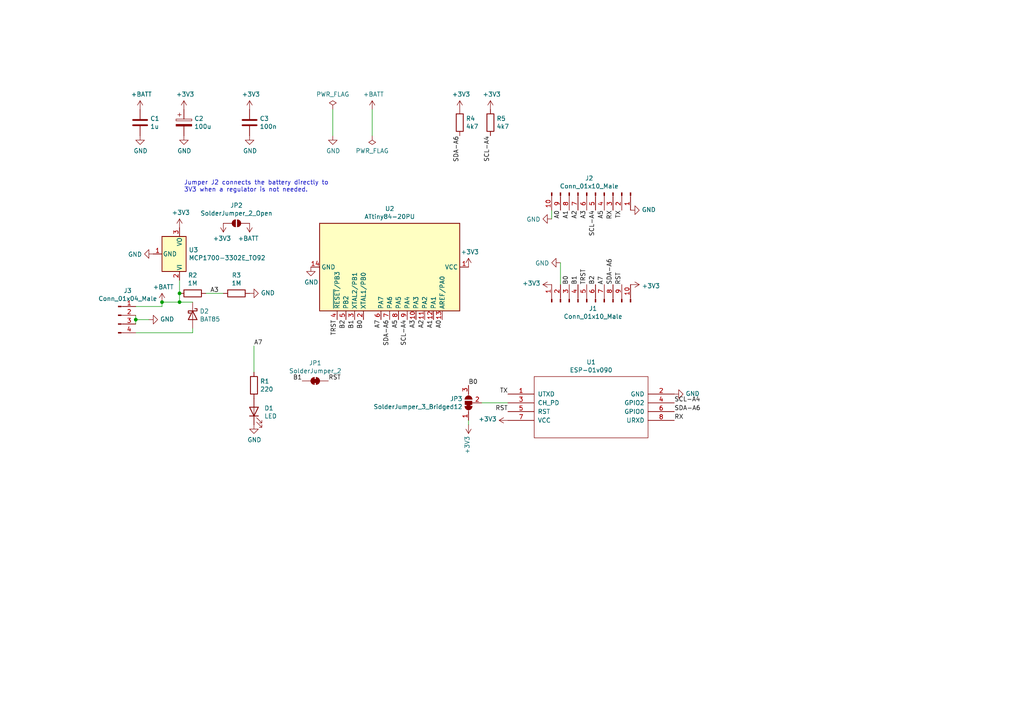
<source format=kicad_sch>
(kicad_sch (version 20250114) (generator "eeschema") (generator_version "9.0")
  (paper "A4")
  (title_block (title "ESP01 Attiny board") (date "2021-07-08") (rev "1.2"))
  (lib_symbols
    (symbol "Device:C" (pin_numbers (hide yes)) (pin_names (offset 0.254))
      (property "Reference" "C" (at 0.635 2.54 0))
      (property "Value" "C" (at 0.635 -2.54 0))
      (symbol "C_0_1"
        (polyline (pts (xy -2.032 0.762) (xy 2.032 0.762)) (stroke (width 0.508)))
        (polyline (pts (xy -2.032 -0.762) (xy 2.032 -0.762)) (stroke (width 0.508)))
      )
      (symbol "C_1_1"
        (pin passive line (at 0 3.81 270) (length 2.794) (name "~") (number "1"))
        (pin passive line (at 0 -3.81 90) (length 2.794) (name "~") (number "2"))
      )
    )
    (symbol "Device:LED" (pin_numbers (hide yes)) (pin_names (offset 1.016) (hide yes))
      (property "Reference" "D" (at 0 2.54 0))
      (property "Value" "LED" (at 0 -2.54 0))
      (symbol "LED_0_1"
        (polyline (pts (xy -3.048 -0.762) (xy -4.572 -2.286) (xy -3.81 -2.286) (xy -4.572 -2.286) (xy -4.572 -1.524)))
        (polyline (pts (xy -1.778 -0.762) (xy -3.302 -2.286) (xy -2.54 -2.286) (xy -3.302 -2.286) (xy -3.302 -1.524)))
        (polyline (pts (xy -1.27 0) (xy 1.27 0)))
        (polyline (pts (xy -1.27 -1.27) (xy -1.27 1.27)) (stroke (width 0.254)))
        (polyline (pts (xy 1.27 -1.27) (xy 1.27 1.27) (xy -1.27 0) (xy 1.27 -1.27)) (stroke (width 0.254)))
      )
      (symbol "LED_1_1"
        (pin passive line (at -3.81 0 0) (length 2.54) (name "K") (number "1"))
        (pin passive line (at 3.81 0 180) (length 2.54) (name "A") (number "2"))
      )
    )
    (symbol "Device:R" (pin_numbers (hide yes)) (pin_names (offset 0))
      (property "Reference" "R" (at 2.032 0 90))
      (property "Value" "R" (at 0 0 90))
      (symbol "R_0_1"
        (rectangle (start -1.016 -2.54) (end 1.016 2.54) (stroke (width 0.254)))
      )
      (symbol "R_1_1"
        (pin passive line (at 0 3.81 270) (length 1.27) (name "~") (number "1"))
        (pin passive line (at 0 -3.81 90) (length 1.27) (name "~") (number "2"))
      )
    )
    (symbol "Diode:BAT85" (pin_numbers (hide yes)) (pin_names (offset 1.016) (hide yes))
      (property "Reference" "D" (at 0 2.54 0))
      (property "Value" "BAT85" (at 0 -2.54 0))
      (symbol "BAT85_0_1"
        (polyline (pts (xy -1.905 0.635) (xy -1.905 1.27) (xy -1.27 1.27) (xy -1.27 -1.27) (xy -0.635 -1.27) (xy -0.635 -0.635)) (stroke (width 0.254)))
        (polyline (pts (xy 1.27 1.27) (xy 1.27 -1.27) (xy -1.27 0) (xy 1.27 1.27)) (stroke (width 0.254)))
        (polyline (pts (xy 1.27 0) (xy -1.27 0)))
      )
      (symbol "BAT85_1_1"
        (pin passive line (at -3.81 0 0) (length 2.54) (name "K") (number "1"))
        (pin passive line (at 3.81 0 180) (length 2.54) (name "A") (number "2"))
      )
    )
    (symbol "ESP8266:ESP-01v090" (pin_names (offset 1.016))
      (property "Reference" "U" (at 0 -2.54 0))
      (property "Value" "ESP-01v090" (at 0 2.54 0))
      (symbol "ESP-01v090_1_0"
        (rectangle (start -16.51 -8.89) (end 16.51 8.89))
      )
      (symbol "ESP-01v090_1_1"
        (pin output line (at -24.13 3.81 0) (length 7.62) (name "UTXD") (number "1"))
        (pin input line (at -24.13 1.27 0) (length 7.62) (name "CH_PD") (number "3"))
        (pin input line (at -24.13 -1.27 0) (length 7.62) (name "RST") (number "5"))
        (pin power_in line (at -24.13 -3.81 0) (length 7.62) (name "VCC") (number "7"))
        (pin power_in line (at 24.13 3.81 180) (length 7.62) (name "GND") (number "2"))
        (pin tri_state line (at 24.13 1.27 180) (length 7.62) (name "GPIO2") (number "4"))
        (pin tri_state line (at 24.13 -1.27 180) (length 7.62) (name "GPIO0") (number "6"))
        (pin input line (at 24.13 -3.81 180) (length 7.62) (name "URXD") (number "8"))
      )
    )
    (symbol "ESPTiny-rescue:+3V3-power" (power) (pin_names (offset 0))
      (property "Value" "power_+3V3" (at 0 3.556 0))
      (symbol "+3V3-power_0_1"
        (polyline (pts (xy -0.762 1.27) (xy 0 2.54)))
        (polyline (pts (xy 0 2.54) (xy 0.762 1.27)))
        (polyline (pts (xy 0 0) (xy 0 2.54)))
      )
      (symbol "+3V3-power_1_1"
        (pin power_in line (at 0 0 90) (length 0) (hide yes) (name "+3V3") (number "1"))
      )
    )
    (symbol "ESPTiny-rescue:+BATT-power" (power) (pin_names (offset 0))
      (property "Value" "power_+BATT" (at 0 3.556 0))
      (symbol "+BATT-power_0_1"
        (polyline (pts (xy -0.762 1.27) (xy 0 2.54)))
        (polyline (pts (xy 0 2.54) (xy 0.762 1.27)))
        (polyline (pts (xy 0 0) (xy 0 2.54)))
      )
      (symbol "+BATT-power_1_1"
        (pin power_in line (at 0 0 90) (length 0) (hide yes) (name "+BATT") (number "1"))
      )
    )
    (symbol "ESPTiny-rescue:ATtiny84-20PU-MCU_Microchip_ATtiny"
      (property "Reference" "U" (at -12.7 21.59 0))
      (property "Value" "MCU_Microchip_ATtiny_ATtiny84-20PU" (at 2.54 -21.59 0))
      (symbol "ATtiny84-20PU-MCU_Microchip_ATtiny_0_1"
        (rectangle (start -12.7 -20.32) (end 12.7 20.32) (stroke (width 0.254)) (fill (type background)))
      )
      (symbol "ATtiny84-20PU-MCU_Microchip_ATtiny_1_1"
        (pin power_in line (at 0 22.86 270) (length 2.54) (name "VCC") (number "1"))
        (pin power_in line (at 0 -22.86 90) (length 2.54) (name "GND") (number "14"))
        (pin bidirectional line (at 15.24 15.24 180) (length 2.54) (name "AREF/PA0") (number "13"))
        (pin bidirectional line (at 15.24 12.7 180) (length 2.54) (name "PA1") (number "12"))
        (pin bidirectional line (at 15.24 10.16 180) (length 2.54) (name "PA2") (number "11"))
        (pin bidirectional line (at 15.24 7.62 180) (length 2.54) (name "PA3") (number "10"))
        (pin bidirectional line (at 15.24 5.08 180) (length 2.54) (name "PA4") (number "9"))
        (pin bidirectional line (at 15.24 2.54 180) (length 2.54) (name "PA5") (number "8"))
        (pin bidirectional line (at 15.24 0 180) (length 2.54) (name "PA6") (number "7"))
        (pin bidirectional line (at 15.24 -2.54 180) (length 2.54) (name "PA7") (number "6"))
        (pin bidirectional line (at 15.24 -7.62 180) (length 2.54) (name "XTAL1/PB0") (number "2"))
        (pin bidirectional line (at 15.24 -10.16 180) (length 2.54) (name "XTAL2/PB1") (number "3"))
        (pin bidirectional line (at 15.24 -12.7 180) (length 2.54) (name "PB2") (number "5"))
        (pin bidirectional line (at 15.24 -15.24 180) (length 2.54) (name "~{RESET}/PB3") (number "4"))
      )
    )
    (symbol "ESPTiny-rescue:CP-Device" (pin_numbers (hide yes)) (pin_names (offset 0.254))
      (property "Reference" "C" (at 0.635 2.54 0))
      (property "Value" "Device_CP" (at 0.635 -2.54 0))
      (symbol "CP-Device_0_1"
        (rectangle (start -2.286 0.508) (end 2.286 1.016))
        (polyline (pts (xy -1.778 2.286) (xy -0.762 2.286)))
        (polyline (pts (xy -1.27 2.794) (xy -1.27 1.778)))
        (rectangle (start 2.286 -0.508) (end -2.286 -1.016) (fill (type outline)))
      )
      (symbol "CP-Device_1_1"
        (pin passive line (at 0 3.81 270) (length 2.794) (name "~") (number "1"))
        (pin passive line (at 0 -3.81 90) (length 2.794) (name "~") (number "2"))
      )
    )
    (symbol "ESPTiny-rescue:Conn_01x04_Male-Connector" (pin_names (offset 1.016) (hide yes))
      (property "Reference" "J" (at 0 5.08 0))
      (property "Value" "Connector_Conn_01x04_Male" (at 0 -7.62 0))
      (symbol "Conn_01x04_Male-Connector_1_1"
        (rectangle (start 0.8636 2.667) (end 0 2.413) (stroke (width 0.1524)) (fill (type outline)))
        (rectangle (start 0.8636 0.127) (end 0 -0.127) (stroke (width 0.1524)) (fill (type outline)))
        (rectangle (start 0.8636 -2.413) (end 0 -2.667) (stroke (width 0.1524)) (fill (type outline)))
        (rectangle (start 0.8636 -4.953) (end 0 -5.207) (stroke (width 0.1524)) (fill (type outline)))
        (polyline (pts (xy 1.27 2.54) (xy 0.8636 2.54)) (stroke (width 0.1524)))
        (polyline (pts (xy 1.27 0) (xy 0.8636 0)) (stroke (width 0.1524)))
        (polyline (pts (xy 1.27 -2.54) (xy 0.8636 -2.54)) (stroke (width 0.1524)))
        (polyline (pts (xy 1.27 -5.08) (xy 0.8636 -5.08)) (stroke (width 0.1524)))
        (pin passive line (at 5.08 2.54 180) (length 3.81) (name "Pin_1") (number "1"))
        (pin passive line (at 5.08 0 180) (length 3.81) (name "Pin_2") (number "2"))
        (pin passive line (at 5.08 -2.54 180) (length 3.81) (name "Pin_3") (number "3"))
        (pin passive line (at 5.08 -5.08 180) (length 3.81) (name "Pin_4") (number "4"))
      )
    )
    (symbol "ESPTiny-rescue:Conn_01x10_Male-Connector" (pin_names (offset 1.016) (hide yes))
      (property "Reference" "J" (at 0 12.7 0))
      (property "Value" "Connector_Conn_01x10_Male" (at 0 -15.24 0))
      (symbol "Conn_01x10_Male-Connector_1_1"
        (rectangle (start 0.8636 10.287) (end 0 10.033) (stroke (width 0.1524)) (fill (type outline)))
        (rectangle (start 0.8636 7.747) (end 0 7.493) (stroke (width 0.1524)) (fill (type outline)))
        (rectangle (start 0.8636 5.207) (end 0 4.953) (stroke (width 0.1524)) (fill (type outline)))
        (rectangle (start 0.8636 2.667) (end 0 2.413) (stroke (width 0.1524)) (fill (type outline)))
        (rectangle (start 0.8636 0.127) (end 0 -0.127) (stroke (width 0.1524)) (fill (type outline)))
        (rectangle (start 0.8636 -2.413) (end 0 -2.667) (stroke (width 0.1524)) (fill (type outline)))
        (rectangle (start 0.8636 -4.953) (end 0 -5.207) (stroke (width 0.1524)) (fill (type outline)))
        (rectangle (start 0.8636 -7.493) (end 0 -7.747) (stroke (width 0.1524)) (fill (type outline)))
        (rectangle (start 0.8636 -10.033) (end 0 -10.287) (stroke (width 0.1524)) (fill (type outline)))
        (rectangle (start 0.8636 -12.573) (end 0 -12.827) (stroke (width 0.1524)) (fill (type outline)))
        (polyline (pts (xy 1.27 10.16) (xy 0.8636 10.16)) (stroke (width 0.1524)))
        (polyline (pts (xy 1.27 7.62) (xy 0.8636 7.62)) (stroke (width 0.1524)))
        (polyline (pts (xy 1.27 5.08) (xy 0.8636 5.08)) (stroke (width 0.1524)))
        (polyline (pts (xy 1.27 2.54) (xy 0.8636 2.54)) (stroke (width 0.1524)))
        (polyline (pts (xy 1.27 0) (xy 0.8636 0)) (stroke (width 0.1524)))
        (polyline (pts (xy 1.27 -2.54) (xy 0.8636 -2.54)) (stroke (width 0.1524)))
        (polyline (pts (xy 1.27 -5.08) (xy 0.8636 -5.08)) (stroke (width 0.1524)))
        (polyline (pts (xy 1.27 -7.62) (xy 0.8636 -7.62)) (stroke (width 0.1524)))
        (polyline (pts (xy 1.27 -10.16) (xy 0.8636 -10.16)) (stroke (width 0.1524)))
        (polyline (pts (xy 1.27 -12.7) (xy 0.8636 -12.7)) (stroke (width 0.1524)))
        (pin passive line (at 5.08 10.16 180) (length 3.81) (name "Pin_1") (number "1"))
        (pin passive line (at 5.08 7.62 180) (length 3.81) (name "Pin_2") (number "2"))
        (pin passive line (at 5.08 5.08 180) (length 3.81) (name "Pin_3") (number "3"))
        (pin passive line (at 5.08 2.54 180) (length 3.81) (name "Pin_4") (number "4"))
        (pin passive line (at 5.08 0 180) (length 3.81) (name "Pin_5") (number "5"))
        (pin passive line (at 5.08 -2.54 180) (length 3.81) (name "Pin_6") (number "6"))
        (pin passive line (at 5.08 -5.08 180) (length 3.81) (name "Pin_7") (number "7"))
        (pin passive line (at 5.08 -7.62 180) (length 3.81) (name "Pin_8") (number "8"))
        (pin passive line (at 5.08 -10.16 180) (length 3.81) (name "Pin_9") (number "9"))
        (pin passive line (at 5.08 -12.7 180) (length 3.81) (name "Pin_10") (number "10"))
      )
    )
    (symbol "ESPTiny-rescue:GND-power" (power) (pin_names (offset 0))
      (property "Value" "power_GND" (at 0 -3.81 0))
      (symbol "GND-power_0_1"
        (polyline (pts (xy 0 0) (xy 0 -1.27) (xy 1.27 -1.27) (xy 0 -2.54) (xy -1.27 -1.27) (xy 0 -1.27)))
      )
      (symbol "GND-power_1_1"
        (pin power_in line (at 0 0 270) (length 0) (hide yes) (name "GND") (number "1"))
      )
    )
    (symbol "ESPTiny-rescue:MCP1700-3302E_TO92-Regulator_Linear" (pin_names (offset 0.254))
      (property "Reference" "U" (at -3.81 -3.175 0))
      (property "Value" "Regulator_Linear_MCP1700-3302E_TO92" (at 0 -3.175 0))
      (symbol "MCP1700-3302E_TO92-Regulator_Linear_0_1"
        (rectangle (start -5.08 5.08) (end 5.08 -1.905) (stroke (width 0.254)) (fill (type background)))
      )
      (symbol "MCP1700-3302E_TO92-Regulator_Linear_1_1"
        (pin power_in line (at -7.62 0 0) (length 2.54) (name "VI") (number "2"))
        (pin power_in line (at 0 7.62 270) (length 2.54) (name "GND") (number "1"))
        (pin power_out line (at 7.62 0 180) (length 2.54) (name "VO") (number "3"))
      )
    )
    (symbol "ESPTiny-rescue:PWR_FLAG-power" (power) (pin_numbers (hide yes)) (pin_names (offset 0) (hide yes))
      (property "Value" "power_PWR_FLAG" (at 0 3.81 0))
      (symbol "PWR_FLAG-power_0_0"
        (pin power_out line (at 0 0 90) (length 0) (name "pwr") (number "1"))
      )
      (symbol "PWR_FLAG-power_0_1"
        (polyline (pts (xy 0 0) (xy 0 1.27) (xy -1.016 1.905) (xy 0 2.54) (xy 1.016 1.905) (xy 0 1.27)))
      )
    )
    (symbol "Jumper:SolderJumper_2_Bridged" (pin_numbers (hide yes)) (pin_names (offset 0) (hide yes)) (exclude_from_sim yes) (in_bom no)
      (property "Reference" "JP" (at 0 2.032 0))
      (property "Value" "SolderJumper_2_Bridged" (at 0 -2.54 0))
      (symbol "SolderJumper_2_Bridged_0_1"
        (rectangle (start -0.508 0.508) (end 0.508 -0.508) (fill (type outline)))
        (polyline (pts (xy -0.254 1.016) (xy -0.254 -1.016)))
        (arc (start -0.254 -1.016) (mid -1.2656 0) (end -0.254 1.016))
        (arc (start -0.254 -1.016) (mid -1.2656 0) (end -0.254 1.016) (fill (type outline)))
        (arc (start 0.254 1.016) (mid 1.2656 0) (end 0.254 -1.016))
        (arc (start 0.254 1.016) (mid 1.2656 0) (end 0.254 -1.016) (fill (type outline)))
        (polyline (pts (xy 0.254 1.016) (xy 0.254 -1.016)))
      )
      (symbol "SolderJumper_2_Bridged_1_1"
        (pin passive line (at -3.81 0 0) (length 2.54) (name "A") (number "1"))
        (pin passive line (at 3.81 0 180) (length 2.54) (name "B") (number "2"))
      )
    )
    (symbol "Jumper:SolderJumper_2_Open" (pin_numbers (hide yes)) (pin_names (offset 0) (hide yes)) (exclude_from_sim yes) (in_bom no)
      (property "Reference" "JP" (at 0 2.032 0))
      (property "Value" "SolderJumper_2_Open" (at 0 -2.54 0))
      (symbol "SolderJumper_2_Open_0_1"
        (polyline (pts (xy -0.254 1.016) (xy -0.254 -1.016)))
        (arc (start -0.254 -1.016) (mid -1.2656 0) (end -0.254 1.016))
        (arc (start -0.254 -1.016) (mid -1.2656 0) (end -0.254 1.016) (fill (type outline)))
        (arc (start 0.254 1.016) (mid 1.2656 0) (end 0.254 -1.016))
        (arc (start 0.254 1.016) (mid 1.2656 0) (end 0.254 -1.016) (fill (type outline)))
        (polyline (pts (xy 0.254 1.016) (xy 0.254 -1.016)))
      )
      (symbol "SolderJumper_2_Open_1_1"
        (pin passive line (at -3.81 0 0) (length 2.54) (name "A") (number "1"))
        (pin passive line (at 3.81 0 180) (length 2.54) (name "B") (number "2"))
      )
    )
    (symbol "MyJumper:SolderJumper_3_Bridged12" (pin_names (offset 0) (hide yes))
      (property "Reference" "JP" (at -2.54 -2.54 0))
      (property "Value" "SolderJumper_3_Bridged12" (at 0 2.794 0))
      (symbol "SolderJumper_3_Bridged12_0_1"
        (polyline (pts (xy -2.54 0) (xy -2.032 0)))
        (polyline (pts (xy -1.016 1.016) (xy -1.016 -1.016)))
        (rectangle (start -1.016 0.508) (end -0.508 -0.508) (fill (type outline)))
        (arc (start -1.016 -1.016) (mid -2.032 0) (end -1.016 1.016))
        (arc (start -1.016 -1.016) (mid -2.032 0) (end -1.016 1.016) (fill (type outline)))
        (rectangle (start -0.508 1.016) (end 0.508 -1.016) (fill (type outline)))
        (polyline (pts (xy 0 -1.27) (xy 0 -1.016)))
        (polyline (pts (xy 1.016 1.016) (xy 1.016 -1.016)))
        (arc (start 1.016 1.016) (mid 2.032 0) (end 1.016 -1.016))
        (arc (start 1.016 1.016) (mid 2.032 0) (end 1.016 -1.016) (fill (type outline)))
        (polyline (pts (xy 2.54 0) (xy 2.032 0)))
      )
      (symbol "SolderJumper_3_Bridged12_1_1"
        (pin passive line (at -5.08 0 0) (length 2.54) (name "A") (number "1"))
        (pin passive line (at 0 -3.81 90) (length 2.54) (name "C") (number "2"))
        (pin passive line (at 5.08 0 180) (length 2.54) (name "B") (number "3"))
      )
    )
  )
  (text "Jumper J2 connects the battery directly to\n3V3 when a regulator is not needed." (at 53.34 55.88 0) (effects (font (size 1.27 1.27)) (justify left bottom)))
  (junction (at 39.37 92.71))
  (junction (at 52.07 85.09))
  (junction (at 52.07 87.63))
  (junction (at 46.99 87.63))
  (wire (pts (xy 46.99 87.63) (xy 46.99 88.9)))
  (wire (pts (xy 55.88 96.52) (xy 55.88 95.25)))
  (wire (pts (xy 160.02 60.96) (xy 160.02 63.5)))
  (wire (pts (xy 135.89 123.19) (xy 135.89 121.92)))
  (wire (pts (xy 46.99 88.9) (xy 39.37 88.9)))
  (wire (pts (xy 39.37 92.71) (xy 43.18 92.71)))
  (wire (pts (xy 147.32 116.84) (xy 139.7 116.84)))
  (wire (pts (xy 39.37 92.71) (xy 39.37 93.98)))
  (wire (pts (xy 55.88 87.63) (xy 52.07 87.63)))
  (wire (pts (xy 59.69 85.09) (xy 64.77 85.09)))
  (wire (pts (xy 162.56 76.2) (xy 162.56 82.55)))
  (wire (pts (xy 39.37 96.52) (xy 55.88 96.52)))
  (wire (pts (xy 73.66 100.33) (xy 73.66 107.95)))
  (wire (pts (xy 52.07 85.09) (xy 52.07 87.63)))
  (wire (pts (xy 96.52 31.75) (xy 96.52 39.37)))
  (wire (pts (xy 107.95 31.75) (xy 107.95 39.37)))
  (wire (pts (xy 39.37 91.44) (xy 39.37 92.71)))
  (wire (pts (xy 52.07 87.63) (xy 46.99 87.63)))
  (wire (pts (xy 52.07 81.28) (xy 52.07 85.09)))
  (label "B0" (at 105.41 92.71 270))
  (label "SDA-A6" (at 195.58 119.38 0))
  (label "TRST" (at 97.79 92.71 270))
  (label "B2" (at 100.33 92.71 270))
  (label "B1" (at 102.87 92.71 270))
  (label "TRST" (at 170.18 82.55 90))
  (label "SDA-A6" (at 113.03 92.71 270))
  (label "A3" (at 170.18 60.96 270))
  (label "RST" (at 147.32 119.38 180))
  (label "A5" (at 175.26 60.96 270))
  (label "RST" (at 180.34 82.55 90))
  (label "A7" (at 110.49 92.71 270))
  (label "A3" (at 120.65 92.71 270))
  (label "TX" (at 180.34 60.96 270))
  (label "SDA-A6" (at 177.8 82.55 90))
  (label "B1" (at 167.64 82.55 90))
  (label "B1" (at 87.63 110.49 180))
  (label "RX" (at 195.58 121.92 0))
  (label "B0" (at 165.1 82.55 90))
  (label "B0" (at 135.89 111.76 0))
  (label "SCL-A4" (at 195.58 116.84 0))
  (label "RST" (at 95.25 110.49 0))
  (label "A1" (at 125.73 92.71 270))
  (label "SDA-A6" (at 133.35 39.37 270))
  (label "SCL-A4" (at 172.72 60.96 270))
  (label "RX" (at 177.8 60.96 270))
  (label "A3" (at 60.96 85.09 0))
  (label "A1" (at 165.1 60.96 270))
  (label "A2" (at 123.19 92.71 270))
  (label "A0" (at 162.56 60.96 270))
  (label "TX" (at 147.32 114.3 180))
  (label "A7" (at 175.26 82.55 90))
  (label "A2" (at 167.64 60.96 270))
  (label "SCL-A4" (at 142.24 39.37 270))
  (label "A0" (at 128.27 92.71 270))
  (label "A7" (at 73.66 100.33 0))
  (label "SCL-A4" (at 118.11 92.71 270))
  (label "A5" (at 115.57 92.71 270))
  (label "B2" (at 172.72 82.55 90))
  (symbol (lib_id "ESP8266:ESP-01v090") (at 171.45 118.11 0) (unit 1)
    (property "Reference" "U1" (at 171.45 105.029 0))
    (property "Value" "ESP-01v090" (at 171.45 107.3404 0))
    (property "Footprint" "ESP8266:ESP-01" (effects (hide yes)))
    (property "Datasheet" "http://l0l.org.uk/2014/12/esp8266-modules-hardware-guide-gotta-catch-em-all/" (effects (hide yes)))
  )
  (symbol (lib_id "ESPTiny-rescue:GND-power") (at 195.58 114.3 90) (unit 1)
    (property "Reference" "#PWR02" (effects (hide yes)))
    (property "Value" "GND" (at 198.8312 114.173 90) (effects (justify right)))
  )
  (symbol (lib_id "ESPTiny-rescue:Conn_01x10_Male-Connector") (at 170.18 87.63 90) (unit 1)
    (property "Reference" "J1" (at 172.0088 89.4842 90))
    (property "Value" "Conn_01x10_Male" (at 172.0088 91.7956 90))
    (property "Footprint" "Connector_PinHeader_2.54mm:PinHeader_1x10_P2.54mm_Vertical" (effects (hide yes)))
  )
  (symbol (lib_id "ESPTiny-rescue:ATtiny84-20PU-MCU_Microchip_ATtiny") (at 113.03 77.47 270) (unit 1)
    (property "Reference" "U2" (at 113.03 60.5282 90))
    (property "Value" "ATtiny84-20PU" (at 113.03 62.8396 90))
    (property "Footprint" "Package_DIP:DIP-14_W7.62mm" (effects (hide yes)))
    (property "Datasheet" "http://ww1.microchip.com/downloads/en/DeviceDoc/doc8006.pdf" (effects (hide yes)))
  )
  (symbol (lib_id "Diode:BAT85") (at 55.88 91.44 270) (unit 1)
    (property "Reference" "D2" (at 57.912 90.2716 90) (effects (justify left)))
    (property "Value" "BAT85" (at 57.912 92.583 90) (effects (justify left)))
    (property "Footprint" "Diode_THT:D_DO-35_SOD27_P2.54mm_Vertical_AnodeUp" (effects (hide yes)))
    (property "Datasheet" "https://assets.nexperia.com/documents/data-sheet/BAT85.pdf" (effects (hide yes)))
  )
  (symbol (lib_id "Device:C") (at 72.39 35.56 0) (unit 1)
    (property "Reference" "C3" (at 75.311 34.3916 0) (effects (justify left)))
    (property "Value" "100n" (at 75.311 36.703 0) (effects (justify left)))
    (property "Footprint" "Capacitor_THT:C_Disc_D3.8mm_W2.6mm_P2.50mm" (effects (hide yes)))
  )
  (symbol (lib_id "ESPTiny-rescue:CP-Device") (at 53.34 35.56 0) (unit 1)
    (property "Reference" "C2" (at 56.3372 34.3916 0) (effects (justify left)))
    (property "Value" "100u" (at 56.3372 36.703 0) (effects (justify left)))
    (property "Footprint" "Capacitor_THT:CP_Radial_D5.0mm_P2.50mm" (effects (hide yes)))
  )
  (symbol (lib_id "Device:LED") (at 73.66 119.38 90) (unit 1)
    (property "Reference" "D1" (at 76.6572 118.3894 90) (effects (justify right)))
    (property "Value" "LED" (at 76.6572 120.7008 90) (effects (justify right)))
    (property "Footprint" "LED_THT:LED_D3.0mm" (effects (hide yes)))
  )
  (symbol (lib_id "Device:R") (at 73.66 111.76 0) (unit 1)
    (property "Reference" "R1" (at 75.438 110.5916 0) (effects (justify left)))
    (property "Value" "220" (at 75.438 112.903 0) (effects (justify left)))
    (property "Footprint" "Resistor_THT:R_Axial_DIN0207_L6.3mm_D2.5mm_P2.54mm_Vertical" (effects (hide yes)))
  )
  (symbol (lib_id "ESPTiny-rescue:Conn_01x10_Male-Connector") (at 172.72 55.88 270) (unit 1)
    (property "Reference" "J2" (at 170.8912 51.689 90))
    (property "Value" "Conn_01x10_Male" (at 170.8912 54.0004 90))
    (property "Footprint" "Connector_PinHeader_2.54mm:PinHeader_1x10_P2.54mm_Vertical" (effects (hide yes)))
  )
  (symbol (lib_id "ESPTiny-rescue:MCP1700-3302E_TO92-Regulator_Linear") (at 52.07 73.66 90) (unit 1)
    (property "Reference" "U3" (at 54.737 72.4916 90) (effects (justify right)))
    (property "Value" "MCP1700-3302E_TO92" (at 54.737 74.803 90) (effects (justify right)))
    (property "Footprint" "Package_TO_SOT_THT:TO-92_Inline" (effects (hide yes)))
    (property "Datasheet" "http://ww1.microchip.com/downloads/en/DeviceDoc/20001826D.pdf" (effects (hide yes)))
  )
  (symbol (lib_id "Device:C") (at 40.64 35.56 0) (unit 1)
    (property "Reference" "C1" (at 43.561 34.3916 0) (effects (justify left)))
    (property "Value" "1u" (at 43.561 36.703 0) (effects (justify left)))
    (property "Footprint" "Capacitor_THT:C_Disc_D3.8mm_W2.6mm_P2.50mm" (effects (hide yes)))
  )
  (symbol (lib_id "ESPTiny-rescue:Conn_01x04_Male-Connector") (at 34.29 91.44 0) (unit 1)
    (property "Reference" "J3" (at 37.0332 84.3026 0))
    (property "Value" "Conn_01x04_Male" (at 37.0332 86.614 0))
    (property "Footprint" "Connector_PinHeader_2.54mm:PinHeader_1x04_P2.54mm_Horizontal" (effects (hide yes)))
  )
  (symbol (lib_id "ESPTiny-rescue:GND-power") (at 43.18 92.71 90) (unit 1)
    (property "Reference" "#PWR0101" (effects (hide yes)))
    (property "Value" "GND" (at 46.4312 92.583 90) (effects (justify right)))
  )
  (symbol (lib_id "ESPTiny-rescue:+BATT-power") (at 46.99 87.63 0) (unit 1)
    (property "Reference" "#PWR0102" (effects (hide yes)))
    (property "Value" "+BATT" (at 47.371 83.2358 0))
  )
  (symbol (lib_id "ESPTiny-rescue:GND-power") (at 44.45 73.66 270) (unit 1)
    (property "Reference" "#PWR0103" (effects (hide yes)))
    (property "Value" "GND" (at 41.1988 73.787 90) (effects (justify right)))
  )
  (symbol (lib_id "ESPTiny-rescue:+3V3-power") (at 52.07 66.04 0) (unit 1)
    (property "Reference" "#PWR0104" (effects (hide yes)))
    (property "Value" "+3V3" (at 52.451 61.6458 0))
  )
  (symbol (lib_id "ESPTiny-rescue:+3V3-power") (at 53.34 31.75 0) (unit 1)
    (property "Reference" "#PWR0105" (effects (hide yes)))
    (property "Value" "+3V3" (at 53.721 27.3558 0))
  )
  (symbol (lib_id "ESPTiny-rescue:+3V3-power") (at 72.39 31.75 0) (unit 1)
    (property "Reference" "#PWR0106" (effects (hide yes)))
    (property "Value" "+3V3" (at 72.771 27.3558 0))
  )
  (symbol (lib_id "ESPTiny-rescue:GND-power") (at 72.39 39.37 0) (unit 1)
    (property "Reference" "#PWR0107" (effects (hide yes)))
    (property "Value" "GND" (at 72.517 43.7642 0))
  )
  (symbol (lib_id "ESPTiny-rescue:GND-power") (at 53.34 39.37 0) (unit 1)
    (property "Reference" "#PWR0108" (effects (hide yes)))
    (property "Value" "GND" (at 53.467 43.7642 0))
  )
  (symbol (lib_id "ESPTiny-rescue:GND-power") (at 40.64 39.37 0) (unit 1)
    (property "Reference" "#PWR0109" (effects (hide yes)))
    (property "Value" "GND" (at 40.767 43.7642 0))
  )
  (symbol (lib_id "ESPTiny-rescue:+BATT-power") (at 40.64 31.75 0) (unit 1)
    (property "Reference" "#PWR0110" (effects (hide yes)))
    (property "Value" "+BATT" (at 41.021 27.3558 0))
  )
  (symbol (lib_id "ESPTiny-rescue:GND-power") (at 73.66 123.19 0) (unit 1)
    (property "Reference" "#PWR0111" (effects (hide yes)))
    (property "Value" "GND" (at 73.787 127.5842 0))
  )
  (symbol (lib_id "ESPTiny-rescue:GND-power") (at 96.52 39.37 0) (unit 1)
    (property "Reference" "#PWR0112" (effects (hide yes)))
    (property "Value" "GND" (at 96.647 43.7642 0))
  )
  (symbol (lib_id "ESPTiny-rescue:PWR_FLAG-power") (at 96.52 31.75 0) (unit 1)
    (property "Reference" "#FLG0101" (effects (hide yes)))
    (property "Value" "PWR_FLAG" (at 96.52 27.3558 0))
  )
  (symbol (lib_id "ESPTiny-rescue:+3V3-power") (at 135.89 77.47 0) (unit 1)
    (property "Reference" "#PWR0114" (effects (hide yes)))
    (property "Value" "+3V3" (at 136.271 73.0758 0))
  )
  (symbol (lib_id "ESPTiny-rescue:GND-power") (at 90.17 77.47 0) (unit 1)
    (property "Reference" "#PWR0115" (effects (hide yes)))
    (property "Value" "GND" (at 90.297 81.8642 0))
  )
  (symbol (lib_id "ESPTiny-rescue:+3V3-power") (at 147.32 121.92 90) (unit 1)
    (property "Reference" "#PWR0116" (effects (hide yes)))
    (property "Value" "+3V3" (at 144.0688 121.539 90) (effects (justify left)))
  )
  (symbol (lib_id "ESPTiny-rescue:+3V3-power") (at 182.88 82.55 270) (unit 1)
    (property "Reference" "#PWR0118" (effects (hide yes)))
    (property "Value" "+3V3" (at 186.1312 82.931 90) (effects (justify left)))
  )
  (symbol (lib_id "ESPTiny-rescue:GND-power") (at 182.88 60.96 90) (unit 1)
    (property "Reference" "#PWR0119" (effects (hide yes)))
    (property "Value" "GND" (at 186.1312 60.833 90) (effects (justify right)))
  )
  (symbol (lib_id "ESPTiny-rescue:GND-power") (at 160.02 63.5 270) (unit 1)
    (property "Reference" "#PWR0120" (effects (hide yes)))
    (property "Value" "GND" (at 156.7688 63.627 90) (effects (justify right)))
  )
  (symbol (lib_id "ESPTiny-rescue:+3V3-power") (at 160.02 82.55 90) (unit 1)
    (property "Reference" "#PWR0121" (effects (hide yes)))
    (property "Value" "+3V3" (at 156.7688 82.169 90) (effects (justify left)))
  )
  (symbol (lib_id "ESPTiny-rescue:GND-power") (at 162.56 76.2 270) (unit 1)
    (property "Reference" "#PWR0122" (effects (hide yes)))
    (property "Value" "GND" (at 159.3088 76.327 90) (effects (justify right)))
  )
  (symbol (lib_id "ESPTiny-rescue:PWR_FLAG-power") (at 107.95 39.37 180) (unit 1)
    (property "Reference" "#FLG0103" (effects (hide yes)))
    (property "Value" "PWR_FLAG" (at 107.95 43.7642 0))
  )
  (symbol (lib_id "ESPTiny-rescue:+BATT-power") (at 107.95 31.75 0) (unit 1)
    (property "Reference" "#PWR0123" (effects (hide yes)))
    (property "Value" "+BATT" (at 108.331 27.3558 0))
  )
  (symbol (lib_id "ESPTiny-rescue:+3V3-power") (at 133.35 31.75 0) (unit 1)
    (property "Reference" "#PWR03" (effects (hide yes)))
    (property "Value" "+3V3" (at 133.731 27.3558 0))
  )
  (symbol (lib_id "Device:R") (at 133.35 35.56 0) (unit 1)
    (property "Reference" "R4" (at 135.128 34.3916 0) (effects (justify left)))
    (property "Value" "4k7" (at 135.128 36.703 0) (effects (justify left)))
    (property "Footprint" "Resistor_THT:R_Axial_DIN0207_L6.3mm_D2.5mm_P2.54mm_Vertical" (effects (hide yes)))
  )
  (symbol (lib_id "ESPTiny-rescue:+3V3-power") (at 142.24 31.75 0) (unit 1)
    (property "Reference" "#PWR04" (effects (hide yes)))
    (property "Value" "+3V3" (at 142.621 27.3558 0))
  )
  (symbol (lib_id "Device:R") (at 142.24 35.56 0) (unit 1)
    (property "Reference" "R5" (at 144.018 34.3916 0) (effects (justify left)))
    (property "Value" "4k7" (at 144.018 36.703 0) (effects (justify left)))
    (property "Footprint" "Resistor_THT:R_Axial_DIN0207_L6.3mm_D2.5mm_P2.54mm_Vertical" (effects (hide yes)))
  )
  (symbol (lib_id "Jumper:SolderJumper_2_Bridged") (at 91.44 110.49 0) (unit 1)
    (property "Reference" "JP1" (at 91.44 105.283 0))
    (property "Value" "SolderJumper_2" (at 91.44 107.5944 0))
    (property "Footprint" "Jumper:SolderJumper-2_P1.3mm_Bridged_RoundedPad1.0x1.5mm" (effects (hide yes)))
  )
  (symbol (lib_id "Jumper:SolderJumper_2_Open") (at 68.58 64.77 0) (unit 1)
    (property "Reference" "JP2" (at 68.58 59.563 0))
    (property "Value" "SolderJumper_2_Open" (at 68.58 61.8744 0))
    (property "Footprint" "Jumper:SolderJumper-2_P1.3mm_Open_RoundedPad1.0x1.5mm" (effects (hide yes)))
  )
  (symbol (lib_id "ESPTiny-rescue:+BATT-power") (at 72.39 64.77 180) (unit 1)
    (property "Reference" "#PWR07" (effects (hide yes)))
    (property "Value" "+BATT" (at 72.009 69.1642 0))
  )
  (symbol (lib_id "ESPTiny-rescue:+3V3-power") (at 64.77 64.77 180) (unit 1)
    (property "Reference" "#PWR06" (effects (hide yes)))
    (property "Value" "+3V3" (at 64.389 69.1642 0))
  )
  (symbol (lib_id "MyJumper:SolderJumper_3_Bridged12") (at 135.89 116.84 90) (unit 1)
    (property "Reference" "JP3" (at 134.1628 115.6716 90) (effects (justify left)))
    (property "Value" "SolderJumper_3_Bridged12" (at 134.1628 117.983 90) (effects (justify left)))
    (property "Footprint" "Jumper:SolderJumper-3_P1.3mm_Bridged12_RoundedPad1.0x1.5mm_NumberLabels" (effects (hide yes)))
  )
  (symbol (lib_id "Device:R") (at 55.88 85.09 270) (unit 1)
    (property "Reference" "R2" (at 55.88 79.8322 90))
    (property "Value" "1M" (at 55.88 82.1436 90))
    (property "Footprint" "Resistor_THT:R_Axial_DIN0207_L6.3mm_D2.5mm_P2.54mm_Vertical" (effects (hide yes)))
  )
  (symbol (lib_id "Device:R") (at 68.58 85.09 270) (unit 1)
    (property "Reference" "R3" (at 68.58 79.8322 90))
    (property "Value" "1M" (at 68.58 82.1436 90))
    (property "Footprint" "Resistor_THT:R_Axial_DIN0207_L6.3mm_D2.5mm_P2.54mm_Vertical" (effects (hide yes)))
  )
  (symbol (lib_id "ESPTiny-rescue:GND-power") (at 72.39 85.09 90) (unit 1)
    (property "Reference" "#PWR01" (effects (hide yes)))
    (property "Value" "GND" (at 75.6412 84.963 90) (effects (justify right)))
  )
  (symbol (lib_id "ESPTiny-rescue:+3V3-power") (at 135.89 123.19 180) (unit 1)
    (property "Reference" "#PWR05" (effects (hide yes)))
    (property "Value" "+3V3" (at 135.509 126.4412 90) (effects (justify left)))
  )
)
</source>
